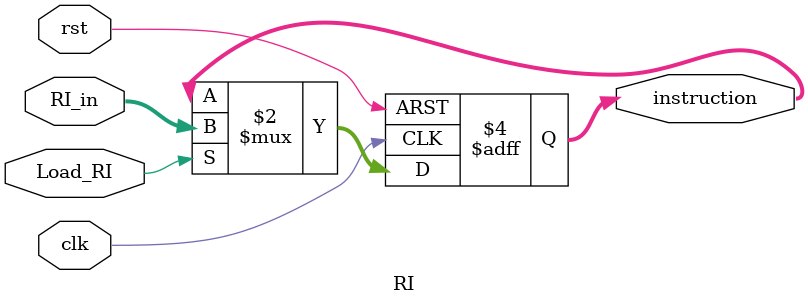
<source format=v>
`timescale 1ns / 1ps



module RI(
    input clk,rst,
    input wire Load_RI,  //Load_RI = F3
    input wire [15:0] RI_in,    //from MDR
    output reg [15:0] instruction  //to MAR and control unit 
    );
    
    always @(posedge clk or posedge rst) begin 
        if (rst)
            instruction <= 16'h0;
        else if (Load_RI)
            instruction <= RI_in;
    end
endmodule

</source>
